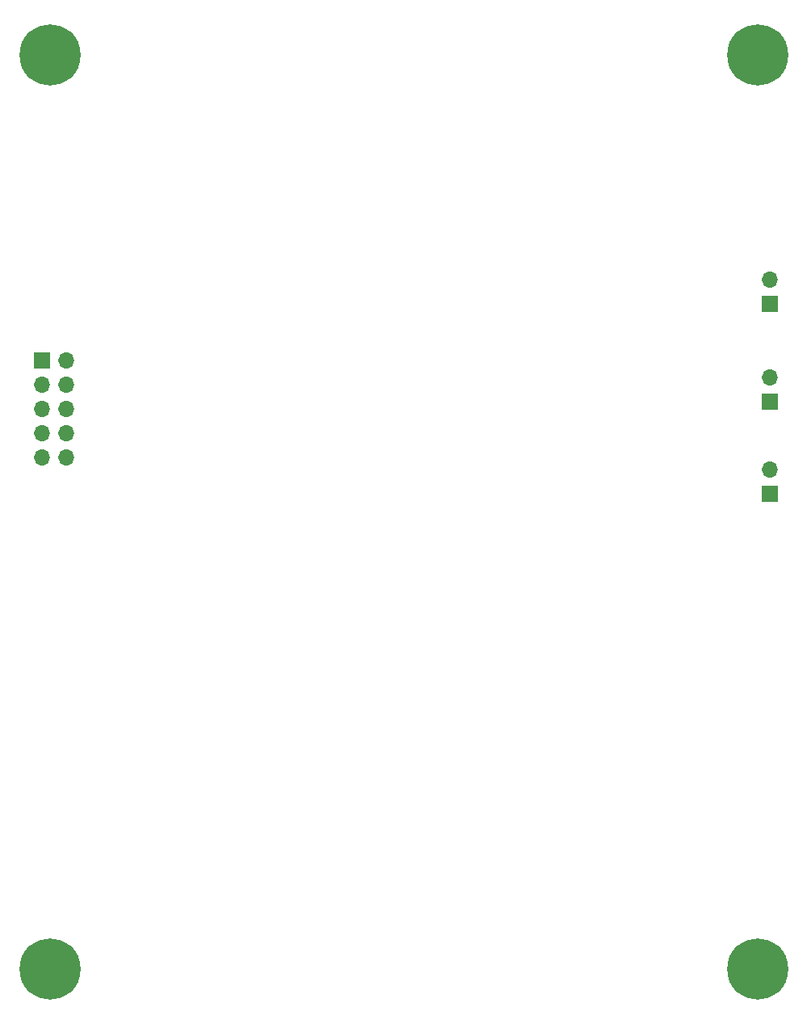
<source format=gbr>
%TF.GenerationSoftware,KiCad,Pcbnew,(6.0.7)*%
%TF.CreationDate,2023-04-15T21:10:14+02:00*%
%TF.ProjectId,control board,636f6e74-726f-46c2-9062-6f6172642e6b,rev?*%
%TF.SameCoordinates,Original*%
%TF.FileFunction,Soldermask,Bot*%
%TF.FilePolarity,Negative*%
%FSLAX46Y46*%
G04 Gerber Fmt 4.6, Leading zero omitted, Abs format (unit mm)*
G04 Created by KiCad (PCBNEW (6.0.7)) date 2023-04-15 21:10:14*
%MOMM*%
%LPD*%
G01*
G04 APERTURE LIST*
%ADD10C,6.400000*%
%ADD11R,1.700000X1.700000*%
%ADD12O,1.700000X1.700000*%
G04 APERTURE END LIST*
D10*
%TO.C,*%
X103886000Y-139700000D03*
%TD*%
%TO.C,*%
X178054000Y-139700000D03*
%TD*%
%TO.C,*%
X178054000Y-43942000D03*
%TD*%
%TO.C,*%
X103886000Y-43942000D03*
%TD*%
D11*
%TO.C,J1*%
X179349000Y-70000000D03*
D12*
X179349000Y-67460000D03*
%TD*%
D11*
%TO.C,J4*%
X179349000Y-89896000D03*
D12*
X179349000Y-87356000D03*
%TD*%
D11*
%TO.C,J3*%
X103104000Y-75976000D03*
D12*
X105644000Y-75976000D03*
X103104000Y-78516000D03*
X105644000Y-78516000D03*
X103104000Y-81056000D03*
X105644000Y-81056000D03*
X103104000Y-83596000D03*
X105644000Y-83596000D03*
X103104000Y-86136000D03*
X105644000Y-86136000D03*
%TD*%
D11*
%TO.C,J2*%
X179349000Y-80244000D03*
D12*
X179349000Y-77704000D03*
%TD*%
M02*

</source>
